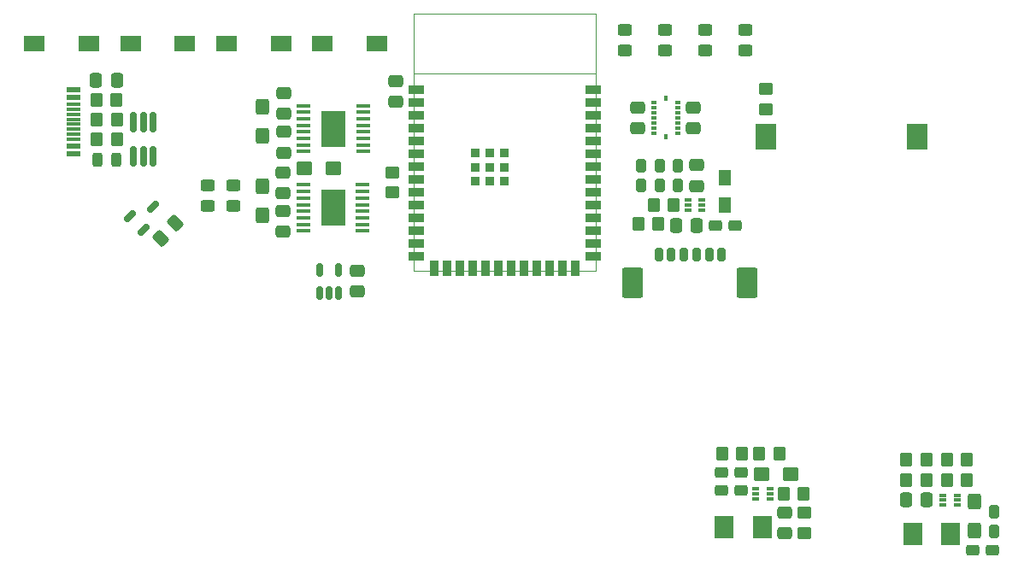
<source format=gtp>
G04 #@! TF.GenerationSoftware,KiCad,Pcbnew,9.0.0*
G04 #@! TF.CreationDate,2025-04-15T23:50:36+02:00*
G04 #@! TF.ProjectId,SUMEC_MK_V,53554d45-435f-44d4-9b5f-562e6b696361,v2.1.1*
G04 #@! TF.SameCoordinates,Original*
G04 #@! TF.FileFunction,Paste,Top*
G04 #@! TF.FilePolarity,Positive*
%FSLAX46Y46*%
G04 Gerber Fmt 4.6, Leading zero omitted, Abs format (unit mm)*
G04 Created by KiCad (PCBNEW 9.0.0) date 2025-04-15 23:50:36*
%MOMM*%
%LPD*%
G01*
G04 APERTURE LIST*
G04 Aperture macros list*
%AMRoundRect*
0 Rectangle with rounded corners*
0 $1 Rounding radius*
0 $2 $3 $4 $5 $6 $7 $8 $9 X,Y pos of 4 corners*
0 Add a 4 corners polygon primitive as box body*
4,1,4,$2,$3,$4,$5,$6,$7,$8,$9,$2,$3,0*
0 Add four circle primitives for the rounded corners*
1,1,$1+$1,$2,$3*
1,1,$1+$1,$4,$5*
1,1,$1+$1,$6,$7*
1,1,$1+$1,$8,$9*
0 Add four rect primitives between the rounded corners*
20,1,$1+$1,$2,$3,$4,$5,0*
20,1,$1+$1,$4,$5,$6,$7,0*
20,1,$1+$1,$6,$7,$8,$9,0*
20,1,$1+$1,$8,$9,$2,$3,0*%
G04 Aperture macros list end*
%ADD10RoundRect,0.250000X0.350000X0.450000X-0.350000X0.450000X-0.350000X-0.450000X0.350000X-0.450000X0*%
%ADD11RoundRect,0.250000X0.400000X0.275000X-0.400000X0.275000X-0.400000X-0.275000X0.400000X-0.275000X0*%
%ADD12RoundRect,0.250000X-0.537500X-0.425000X0.537500X-0.425000X0.537500X0.425000X-0.537500X0.425000X0*%
%ADD13RoundRect,0.250000X0.450000X-0.350000X0.450000X0.350000X-0.450000X0.350000X-0.450000X-0.350000X0*%
%ADD14RoundRect,0.250000X-0.350000X-0.450000X0.350000X-0.450000X0.350000X0.450000X-0.350000X0.450000X0*%
%ADD15R,1.854500X2.286000*%
%ADD16RoundRect,0.087500X0.250000X0.087500X-0.250000X0.087500X-0.250000X-0.087500X0.250000X-0.087500X0*%
%ADD17RoundRect,0.250000X-0.425000X0.537500X-0.425000X-0.537500X0.425000X-0.537500X0.425000X0.537500X0*%
%ADD18RoundRect,0.250000X0.275000X-0.400000X0.275000X0.400000X-0.275000X0.400000X-0.275000X-0.400000X0*%
%ADD19RoundRect,0.250000X-0.400000X-0.275000X0.400000X-0.275000X0.400000X0.275000X-0.400000X0.275000X0*%
%ADD20RoundRect,0.250000X-0.337500X-0.475000X0.337500X-0.475000X0.337500X0.475000X-0.337500X0.475000X0*%
%ADD21RoundRect,0.087500X-0.250000X-0.087500X0.250000X-0.087500X0.250000X0.087500X-0.250000X0.087500X0*%
%ADD22RoundRect,0.250000X0.475000X-0.337500X0.475000X0.337500X-0.475000X0.337500X-0.475000X-0.337500X0*%
%ADD23RoundRect,0.200000X-0.200000X-0.450000X0.200000X-0.450000X0.200000X0.450000X-0.200000X0.450000X0*%
%ADD24RoundRect,0.250001X-0.799999X-1.249999X0.799999X-1.249999X0.799999X1.249999X-0.799999X1.249999X0*%
%ADD25R,1.320000X0.600000*%
%ADD26R,1.320000X0.300000*%
%ADD27RoundRect,0.250000X0.450000X-0.325000X0.450000X0.325000X-0.450000X0.325000X-0.450000X-0.325000X0*%
%ADD28RoundRect,0.250000X-0.475000X0.337500X-0.475000X-0.337500X0.475000X-0.337500X0.475000X0.337500X0*%
%ADD29RoundRect,0.162500X-0.162500X0.837500X-0.162500X-0.837500X0.162500X-0.837500X0.162500X0.837500X0*%
%ADD30R,1.500000X0.900000*%
%ADD31R,0.900000X1.500000*%
%ADD32R,0.900000X0.900000*%
%ADD33R,2.000000X1.600000*%
%ADD34R,1.475000X0.450000*%
%ADD35R,2.460000X3.550000*%
%ADD36RoundRect,0.250000X0.337500X0.475000X-0.337500X0.475000X-0.337500X-0.475000X0.337500X-0.475000X0*%
%ADD37R,1.200000X1.500000*%
%ADD38RoundRect,0.250000X-0.450000X0.325000X-0.450000X-0.325000X0.450000X-0.325000X0.450000X0.325000X0*%
%ADD39R,0.590000X0.350000*%
%ADD40R,0.350000X0.590000*%
%ADD41RoundRect,0.250000X0.097227X-0.574524X0.574524X-0.097227X-0.097227X0.574524X-0.574524X0.097227X0*%
%ADD42R,2.000000X2.500000*%
%ADD43RoundRect,0.250000X-0.450000X0.350000X-0.450000X-0.350000X0.450000X-0.350000X0.450000X0.350000X0*%
%ADD44RoundRect,0.150000X-0.256326X-0.468458X0.468458X0.256326X0.256326X0.468458X-0.468458X-0.256326X0*%
%ADD45RoundRect,0.150000X0.150000X-0.512500X0.150000X0.512500X-0.150000X0.512500X-0.150000X-0.512500X0*%
%ADD46RoundRect,0.243750X0.243750X0.456250X-0.243750X0.456250X-0.243750X-0.456250X0.243750X-0.456250X0*%
%ADD47C,0.120000*%
G04 APERTURE END LIST*
D10*
X158850000Y-92900000D03*
X156850000Y-92900000D03*
X155150000Y-92900000D03*
X153150000Y-92900000D03*
D11*
X153125000Y-94750000D03*
X155075000Y-94750000D03*
X155075000Y-96550000D03*
X153125000Y-96550000D03*
D12*
X157112500Y-94900000D03*
X159987500Y-94900000D03*
D13*
X161300000Y-100750000D03*
X161300000Y-98750000D03*
D14*
X159250000Y-96900000D03*
X161250000Y-96900000D03*
D15*
X175804750Y-100827375D03*
X172020250Y-100827375D03*
D16*
X176425000Y-98000000D03*
X176425000Y-97500000D03*
X176425000Y-97000000D03*
X175000000Y-97000000D03*
X175000000Y-97500000D03*
X175000000Y-98000000D03*
D17*
X178112500Y-100487500D03*
X178112500Y-97612500D03*
D18*
X180112500Y-100625000D03*
X180112500Y-98675000D03*
D14*
X175412500Y-95500000D03*
X177412500Y-95500000D03*
D19*
X177962500Y-102450000D03*
X179912500Y-102450000D03*
D20*
X171375000Y-97450000D03*
X173450000Y-97450000D03*
D10*
X173412500Y-93500000D03*
X171412500Y-93500000D03*
X177412500Y-93500000D03*
X175412500Y-93500000D03*
D14*
X171412500Y-95500000D03*
X173412500Y-95500000D03*
D21*
X156475000Y-96400000D03*
X156475000Y-96900000D03*
X156475000Y-97400000D03*
X157900000Y-97400000D03*
X157900000Y-96900000D03*
X157900000Y-96400000D03*
D22*
X159350000Y-100787500D03*
X159350000Y-98712500D03*
D15*
X157142250Y-100200000D03*
X153357750Y-100200000D03*
D23*
X146875000Y-73200000D03*
X148125000Y-73200000D03*
X149375000Y-73200000D03*
X150625000Y-73200000D03*
X151875000Y-73200000D03*
X153125000Y-73200000D03*
D24*
X144325000Y-75950000D03*
X155675000Y-75950000D03*
D25*
X88920000Y-56800000D03*
X88920000Y-57600000D03*
D26*
X88920000Y-58750000D03*
X88920000Y-59750000D03*
X88920000Y-60250000D03*
X88920000Y-61250000D03*
D25*
X88920000Y-63200000D03*
X88920000Y-62400000D03*
D26*
X88920000Y-61750000D03*
X88920000Y-60750000D03*
X88920000Y-59250000D03*
X88920000Y-58250000D03*
D22*
X109750000Y-63062500D03*
X109750000Y-60987500D03*
D27*
X102250000Y-68325000D03*
X102250000Y-66275000D03*
D28*
X109700000Y-65000000D03*
X109700000Y-67075000D03*
D29*
X96780000Y-59998000D03*
X95830000Y-59998000D03*
X94880000Y-59998000D03*
X94880000Y-63418000D03*
X95830000Y-63418000D03*
X96780000Y-63418000D03*
D30*
X122900000Y-56780000D03*
X122900000Y-58050000D03*
X122900000Y-59320000D03*
X122900000Y-60590000D03*
X122900000Y-61860000D03*
X122900000Y-63130000D03*
X122900000Y-64400000D03*
X122900000Y-65670000D03*
X122900000Y-66940000D03*
X122900000Y-68210000D03*
X122900000Y-69480000D03*
X122900000Y-70750000D03*
X122900000Y-72020000D03*
X122900000Y-73290000D03*
D31*
X124665000Y-74540000D03*
X125935000Y-74540000D03*
X127205000Y-74540000D03*
X128475000Y-74540000D03*
X129745000Y-74540000D03*
X131015000Y-74540000D03*
X132285000Y-74540000D03*
X133555000Y-74540000D03*
X134825000Y-74540000D03*
X136095000Y-74540000D03*
X137365000Y-74540000D03*
X138635000Y-74540000D03*
D30*
X140400000Y-73290000D03*
X140400000Y-72020000D03*
X140400000Y-70750000D03*
X140400000Y-69480000D03*
X140400000Y-68210000D03*
X140400000Y-66940000D03*
X140400000Y-65670000D03*
X140400000Y-64400000D03*
X140400000Y-63130000D03*
X140400000Y-61860000D03*
X140400000Y-60590000D03*
X140400000Y-59320000D03*
X140400000Y-58050000D03*
X140400000Y-56780000D03*
D32*
X128750000Y-63100000D03*
X128750000Y-64500000D03*
X128750000Y-65900000D03*
X128750000Y-65900000D03*
X130150000Y-63100000D03*
X130150000Y-63100000D03*
X130150000Y-64500000D03*
X130150000Y-65900000D03*
X131550000Y-63100000D03*
X131550000Y-64500000D03*
X131550000Y-65900000D03*
D13*
X120500000Y-67000000D03*
X120500000Y-65000000D03*
D33*
X113550000Y-52250000D03*
X118950000Y-52250000D03*
D34*
X117588000Y-62950000D03*
X117588000Y-62300000D03*
X117588000Y-61650000D03*
X117588000Y-61000000D03*
X117588000Y-60350000D03*
X117588000Y-59700000D03*
X117588000Y-59050000D03*
X117588000Y-58400000D03*
X111712000Y-58400000D03*
X111712000Y-59050000D03*
X111712000Y-59700000D03*
X111712000Y-60350000D03*
X111712000Y-61000000D03*
X111712000Y-61650000D03*
X111712000Y-62300000D03*
X111712000Y-62950000D03*
D35*
X114650000Y-60675000D03*
D36*
X93217500Y-55850000D03*
X91142500Y-55850000D03*
D28*
X117000000Y-74762500D03*
X117000000Y-76837500D03*
D37*
X153462500Y-68250000D03*
X153462500Y-65550000D03*
D38*
X147500000Y-50875000D03*
X147500000Y-52925000D03*
D22*
X150337500Y-60637500D03*
X150337500Y-58562500D03*
D39*
X148752500Y-58100000D03*
X148752500Y-58600000D03*
X148752500Y-59100000D03*
X148752500Y-59600000D03*
X148752500Y-60100000D03*
X148752500Y-60600000D03*
X148752500Y-61100000D03*
D40*
X147587500Y-61515000D03*
D39*
X146422500Y-61100000D03*
X146422500Y-60600000D03*
X146422500Y-60100000D03*
X146422500Y-59600000D03*
X146422500Y-59100000D03*
X146422500Y-58600000D03*
X146422500Y-58100000D03*
D40*
X147587500Y-57685000D03*
D41*
X97516377Y-71533623D03*
X98983623Y-70066377D03*
D14*
X146362500Y-68250000D03*
X148362500Y-68250000D03*
D28*
X109750000Y-57137500D03*
X109750000Y-59212500D03*
D42*
X157500000Y-61500000D03*
X172500000Y-61500000D03*
D43*
X157500000Y-56750000D03*
X157500000Y-58750000D03*
D38*
X155500000Y-50875000D03*
X155500000Y-52925000D03*
D17*
X107650000Y-66387500D03*
X107650000Y-69262500D03*
D34*
X117564000Y-70811500D03*
X117564000Y-70161500D03*
X117564000Y-69511500D03*
X117564000Y-68861500D03*
X117564000Y-68211500D03*
X117564000Y-67561500D03*
X117564000Y-66911500D03*
X117564000Y-66261500D03*
X111688000Y-66261500D03*
X111688000Y-66911500D03*
X111688000Y-67561500D03*
X111688000Y-68211500D03*
X111688000Y-68861500D03*
X111688000Y-69511500D03*
X111688000Y-70161500D03*
X111688000Y-70811500D03*
D35*
X114626000Y-68536500D03*
D44*
X94523915Y-69382583D03*
X95867417Y-70726085D03*
X96804334Y-68445666D03*
D14*
X91180000Y-57850000D03*
X93180000Y-57850000D03*
D45*
X113300000Y-76937500D03*
X114250000Y-76937500D03*
X115200000Y-76937500D03*
X115200000Y-74662500D03*
X113300000Y-74662500D03*
D27*
X104750000Y-68325000D03*
X104750000Y-66275000D03*
D28*
X144837500Y-58562500D03*
X144837500Y-60637500D03*
D36*
X150650000Y-70250000D03*
X148575000Y-70250000D03*
D33*
X104050000Y-52250000D03*
X109450000Y-52250000D03*
D10*
X146862500Y-70150000D03*
X144862500Y-70150000D03*
D17*
X107650000Y-58525000D03*
X107650000Y-61400000D03*
D38*
X143500000Y-50875000D03*
X143500000Y-52925000D03*
D22*
X109700000Y-70887500D03*
X109700000Y-68812500D03*
D12*
X111812500Y-64600000D03*
X114687500Y-64600000D03*
D18*
X145162500Y-66325000D03*
X145162500Y-64375000D03*
D38*
X151500000Y-50875000D03*
X151500000Y-52925000D03*
D18*
X146962500Y-66325000D03*
X146962500Y-64375000D03*
D14*
X91200000Y-59758000D03*
X93200000Y-59758000D03*
D33*
X85050000Y-52250000D03*
X90450000Y-52250000D03*
D14*
X91200000Y-61758000D03*
X93200000Y-61758000D03*
D22*
X120850000Y-58037500D03*
X120850000Y-55962500D03*
D46*
X93187500Y-63758000D03*
X91312500Y-63758000D03*
D22*
X150662500Y-66387500D03*
X150662500Y-64312500D03*
D33*
X94550000Y-52250000D03*
X99950000Y-52250000D03*
D18*
X148762500Y-66325000D03*
X148762500Y-64375000D03*
D19*
X152487500Y-70250000D03*
X154437500Y-70250000D03*
D16*
X151175000Y-68750000D03*
X151175000Y-68250000D03*
X151175000Y-67750000D03*
X149750000Y-67750000D03*
X149750000Y-68250000D03*
X149750000Y-68750000D03*
D47*
X122650000Y-49290000D02*
X140650000Y-49290000D01*
X122650000Y-55230000D02*
X140650000Y-55230000D01*
X122650000Y-74790000D02*
X122650000Y-49290000D01*
X140650000Y-49290000D02*
X140650000Y-74790000D01*
X140650000Y-74790000D02*
X122650000Y-74790000D01*
M02*

</source>
